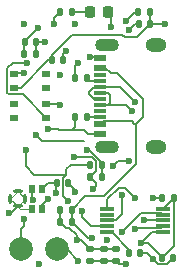
<source format=gbr>
%TF.GenerationSoftware,KiCad,Pcbnew,8.0.4*%
%TF.CreationDate,2024-12-20T20:39:33-05:00*%
%TF.ProjectId,SurroundSensePCB,53757272-6f75-46e6-9453-656e73655043,rev?*%
%TF.SameCoordinates,Original*%
%TF.FileFunction,Copper,L4,Bot*%
%TF.FilePolarity,Positive*%
%FSLAX46Y46*%
G04 Gerber Fmt 4.6, Leading zero omitted, Abs format (unit mm)*
G04 Created by KiCad (PCBNEW 8.0.4) date 2024-12-20 20:39:33*
%MOMM*%
%LPD*%
G01*
G04 APERTURE LIST*
G04 Aperture macros list*
%AMRoundRect*
0 Rectangle with rounded corners*
0 $1 Rounding radius*
0 $2 $3 $4 $5 $6 $7 $8 $9 X,Y pos of 4 corners*
0 Add a 4 corners polygon primitive as box body*
4,1,4,$2,$3,$4,$5,$6,$7,$8,$9,$2,$3,0*
0 Add four circle primitives for the rounded corners*
1,1,$1+$1,$2,$3*
1,1,$1+$1,$4,$5*
1,1,$1+$1,$6,$7*
1,1,$1+$1,$8,$9*
0 Add four rect primitives between the rounded corners*
20,1,$1+$1,$2,$3,$4,$5,0*
20,1,$1+$1,$4,$5,$6,$7,0*
20,1,$1+$1,$6,$7,$8,$9,0*
20,1,$1+$1,$8,$9,$2,$3,0*%
%AMFreePoly0*
4,1,46,0.210000,0.267000,0.193500,0.240000,0.179000,0.211500,0.166000,0.182000,0.155000,0.152000,0.146000,0.121500,0.138500,0.090000,0.133500,0.058500,0.130500,0.027000,0.129500,-0.005000,0.130500,-0.037000,0.133500,-0.069000,0.138500,-0.100500,0.146000,-0.132000,0.155000,-0.162500,0.166000,-0.192500,0.179000,-0.222000,0.193500,-0.250000,0.210000,-0.277500,-0.005000,-0.492500,
-0.029500,-0.458500,-0.052500,-0.423500,-0.073500,-0.387000,-0.092500,-0.350000,-0.109500,-0.311500,-0.124500,-0.272500,-0.137500,-0.232500,-0.148500,-0.192000,-0.157000,-0.151000,-0.163500,-0.109500,-0.168000,-0.068000,-0.170000,-0.026000,-0.170000,0.015500,-0.168000,0.057500,-0.163500,0.099000,-0.157000,0.140500,-0.148500,0.181500,-0.137500,0.222000,-0.124500,0.262000,-0.109500,0.301000,
-0.092500,0.339500,-0.073500,0.376500,-0.052500,0.413000,-0.029500,0.448000,-0.005000,0.482000,0.210000,0.267000,0.210000,0.267000,$1*%
%AMFreePoly1*
4,1,47,0.492000,-0.005000,0.458500,-0.030000,0.423000,-0.052500,0.387000,-0.073500,0.349500,-0.092500,0.311500,-0.109500,0.272000,-0.124500,0.232500,-0.137500,0.192000,-0.148500,0.151000,-0.157000,0.109500,-0.164000,0.068000,-0.168000,0.026000,-0.170500,-0.016000,-0.170500,-0.058000,-0.168000,-0.099500,-0.164000,-0.141000,-0.157000,-0.182000,-0.148500,-0.222500,-0.137500,-0.262000,-0.124500,
-0.301500,-0.109500,-0.339500,-0.092500,-0.377000,-0.073500,-0.413000,-0.052500,-0.448500,-0.030000,-0.482000,-0.005000,-0.482500,-0.005000,-0.267500,0.210000,-0.240000,0.193500,-0.211500,0.178500,-0.182500,0.165500,-0.152500,0.154500,-0.121500,0.145500,-0.090500,0.138500,-0.059000,0.133500,-0.027000,0.130500,0.005000,0.129500,0.037000,0.130500,0.069000,0.133500,0.100500,0.138500,
0.131500,0.145500,0.162000,0.154500,0.192500,0.165500,0.221500,0.178500,0.250000,0.193500,0.277500,0.210000,0.492000,-0.005000,0.492000,-0.005000,$1*%
%AMFreePoly2*
4,1,46,0.058000,0.168500,0.099500,0.164000,0.141000,0.157500,0.182000,0.148500,0.222500,0.137500,0.262000,0.125000,0.301000,0.109500,0.339500,0.092500,0.377000,0.073500,0.413000,0.052500,0.448500,0.030000,0.482000,0.005000,0.267500,-0.210000,0.240000,-0.193500,0.211500,-0.178500,0.182500,-0.165500,0.152000,-0.154500,0.121500,-0.145500,0.090500,-0.138500,0.059000,-0.133500,
0.027000,-0.130500,-0.005000,-0.129000,-0.037000,-0.130500,-0.069000,-0.133500,-0.100500,-0.138500,-0.131500,-0.145500,-0.162500,-0.154500,-0.192500,-0.165500,-0.221500,-0.178500,-0.250000,-0.193500,-0.277500,-0.210000,-0.492500,0.005000,-0.458500,0.030000,-0.423000,0.052500,-0.387000,0.073500,-0.349500,0.092500,-0.311500,0.109500,-0.272000,0.125000,-0.232500,0.137500,-0.192000,0.148500,
-0.151000,0.157500,-0.109500,0.164000,-0.068000,0.168500,-0.026000,0.170500,0.016000,0.170500,0.058000,0.168500,0.058000,0.168500,$1*%
%AMFreePoly3*
4,1,47,0.029500,0.458500,0.052500,0.423500,0.073500,0.387000,0.092500,0.349500,0.109500,0.311500,0.124500,0.272500,0.137500,0.232500,0.148500,0.192000,0.157000,0.151000,0.163500,0.109500,0.168000,0.068000,0.170000,0.026000,0.170000,-0.016000,0.168000,-0.057500,0.163500,-0.099500,0.157000,-0.141000,0.148500,-0.181500,0.137500,-0.222000,0.124500,-0.262000,0.109500,-0.301000,
0.092500,-0.339500,0.073500,-0.377000,0.052500,-0.413000,0.029500,-0.448000,0.005000,-0.482000,-0.210000,-0.267500,-0.193500,-0.240000,-0.179000,-0.211500,-0.166000,-0.182000,-0.155000,-0.152000,-0.146000,-0.121500,-0.138500,-0.090500,-0.133500,-0.059000,-0.130500,-0.027000,-0.129500,0.005000,-0.130500,0.037000,-0.133500,0.069000,-0.138500,0.100500,-0.146000,0.131500,-0.155000,0.162500,
-0.166000,0.192500,-0.179000,0.221500,-0.193500,0.250000,-0.210000,0.277500,0.004500,0.492500,0.005000,0.492500,0.029500,0.458500,0.029500,0.458500,$1*%
G04 Aperture macros list end*
%TA.AperFunction,SMDPad,CuDef*%
%ADD10C,2.000000*%
%TD*%
%TA.AperFunction,SMDPad,CuDef*%
%ADD11RoundRect,0.140000X-0.140000X-0.170000X0.140000X-0.170000X0.140000X0.170000X-0.140000X0.170000X0*%
%TD*%
%TA.AperFunction,SMDPad,CuDef*%
%ADD12RoundRect,0.135000X0.135000X0.185000X-0.135000X0.185000X-0.135000X-0.185000X0.135000X-0.185000X0*%
%TD*%
%TA.AperFunction,SMDPad,CuDef*%
%ADD13RoundRect,0.135000X-0.135000X-0.185000X0.135000X-0.185000X0.135000X0.185000X-0.135000X0.185000X0*%
%TD*%
%TA.AperFunction,SMDPad,CuDef*%
%ADD14RoundRect,0.140000X0.170000X-0.140000X0.170000X0.140000X-0.170000X0.140000X-0.170000X-0.140000X0*%
%TD*%
%TA.AperFunction,SMDPad,CuDef*%
%ADD15RoundRect,0.140000X0.140000X0.170000X-0.140000X0.170000X-0.140000X-0.170000X0.140000X-0.170000X0*%
%TD*%
%TA.AperFunction,SMDPad,CuDef*%
%ADD16R,1.300000X0.300000*%
%TD*%
%TA.AperFunction,SMDPad,CuDef*%
%ADD17R,1.100000X0.550000*%
%TD*%
%TA.AperFunction,SMDPad,CuDef*%
%ADD18R,1.100000X0.300000*%
%TD*%
%TA.AperFunction,ComponentPad*%
%ADD19O,1.800000X1.200000*%
%TD*%
%TA.AperFunction,ComponentPad*%
%ADD20O,2.000000X1.100000*%
%TD*%
%TA.AperFunction,SMDPad,CuDef*%
%ADD21R,0.700000X0.600000*%
%TD*%
%TA.AperFunction,SMDPad,CuDef*%
%ADD22RoundRect,0.218750X0.218750X0.256250X-0.218750X0.256250X-0.218750X-0.256250X0.218750X-0.256250X0*%
%TD*%
%TA.AperFunction,SMDPad,CuDef*%
%ADD23R,0.522000X0.725000*%
%TD*%
%TA.AperFunction,SMDPad,CuDef*%
%ADD24FreePoly0,90.000000*%
%TD*%
%TA.AperFunction,SMDPad,CuDef*%
%ADD25FreePoly1,90.000000*%
%TD*%
%TA.AperFunction,SMDPad,CuDef*%
%ADD26FreePoly2,90.000000*%
%TD*%
%TA.AperFunction,SMDPad,CuDef*%
%ADD27FreePoly3,90.000000*%
%TD*%
%TA.AperFunction,ViaPad*%
%ADD28C,0.600000*%
%TD*%
%TA.AperFunction,Conductor*%
%ADD29C,0.100000*%
%TD*%
%TA.AperFunction,Conductor*%
%ADD30C,0.200000*%
%TD*%
G04 APERTURE END LIST*
D10*
%TO.P,J2,1,Pin_1*%
%TO.N,/out-*%
X130048000Y-99314000D03*
%TD*%
D11*
%TO.P,C2,1*%
%TO.N,+3.3V*%
X130358000Y-81788000D03*
%TO.P,C2,2*%
%TO.N,GND*%
X131318000Y-81788000D03*
%TD*%
D12*
%TO.P,R3,1*%
%TO.N,/en*%
X140970000Y-79248000D03*
%TO.P,R3,2*%
%TO.N,+3.3V*%
X139950000Y-79248000D03*
%TD*%
D13*
%TO.P,R5,1*%
%TO.N,/sda*%
X135888000Y-93218000D03*
%TO.P,R5,2*%
%TO.N,+3.3V*%
X136908000Y-93218000D03*
%TD*%
D14*
%TO.P,C6,1*%
%TO.N,+3.3V*%
X137036000Y-100302000D03*
%TO.P,C6,2*%
%TO.N,GND*%
X137036000Y-99342000D03*
%TD*%
D10*
%TO.P,J1,1,Pin_1*%
%TO.N,/out+*%
X133096000Y-99314000D03*
%TD*%
D12*
%TO.P,R2,1*%
%TO.N,Net-(USB1-CC1)*%
X135638000Y-84836000D03*
%TO.P,R2,2*%
%TO.N,GND*%
X134618000Y-84836000D03*
%TD*%
D15*
%TO.P,C12,1*%
%TO.N,+5V*%
X134338000Y-96012000D03*
%TO.P,C12,2*%
%TO.N,GND*%
X133378000Y-96012000D03*
%TD*%
%TO.P,C13,1*%
%TO.N,+5V*%
X134338000Y-97028000D03*
%TO.P,C13,2*%
%TO.N,GND*%
X133378000Y-97028000D03*
%TD*%
D13*
%TO.P,R4,1*%
%TO.N,+3.3V*%
X133346000Y-79248000D03*
%TO.P,R4,2*%
%TO.N,Net-(D1-A)*%
X134366000Y-79248000D03*
%TD*%
D11*
%TO.P,C10,1*%
%TO.N,+3.3V*%
X141986000Y-100076000D03*
%TO.P,C10,2*%
%TO.N,GND*%
X142946000Y-100076000D03*
%TD*%
D16*
%TO.P,U2,1,REG*%
%TO.N,Net-(U2-REG)*%
X137350000Y-97901000D03*
%TO.P,U2,2,SCL*%
%TO.N,/scl*%
X137350000Y-97401000D03*
%TO.P,U2,3,SDA*%
%TO.N,/sda*%
X137350000Y-96901000D03*
%TO.P,U2,4,IN/TRIG*%
%TO.N,unconnected-(U2-IN{slash}TRIG-Pad4)*%
X137350000Y-96401000D03*
%TO.P,U2,5,EN*%
%TO.N,+3.3V*%
X137350000Y-95901000D03*
%TO.P,U2,6,VDD/NC*%
X142050000Y-95901000D03*
%TO.P,U2,7,OUT+*%
%TO.N,/out+*%
X142050000Y-96401000D03*
%TO.P,U2,8,GND*%
%TO.N,GND*%
X142050000Y-96901000D03*
%TO.P,U2,9,OUT-*%
%TO.N,/out-*%
X142050000Y-97401000D03*
%TO.P,U2,10,VDD*%
%TO.N,+3.3V*%
X142050000Y-97901000D03*
%TD*%
D17*
%TO.P,USB1,1,GND*%
%TO.N,GND*%
X136744500Y-83160000D03*
%TO.P,USB1,2,VBUS*%
%TO.N,+5V*%
X136744500Y-83960000D03*
D18*
%TO.P,USB1,3,SBU2*%
%TO.N,unconnected-(USB1-SBU2-Pad3)*%
X136744500Y-84610000D03*
%TO.P,USB1,4,CC1*%
%TO.N,Net-(USB1-CC1)*%
X136744500Y-85110000D03*
%TO.P,USB1,5,DN2*%
%TO.N,/usb_n*%
X136744500Y-85610000D03*
%TO.P,USB1,6,DP1*%
%TO.N,/usb_p*%
X136744500Y-86110000D03*
%TO.P,USB1,7,DN1*%
%TO.N,/usb_n*%
X136744500Y-86610000D03*
%TO.P,USB1,8,DP2*%
%TO.N,/usb_p*%
X136744500Y-87110000D03*
%TO.P,USB1,9,SBU1*%
%TO.N,unconnected-(USB1-SBU1-Pad9)*%
X136744500Y-87610000D03*
%TO.P,USB1,10,CC2*%
%TO.N,Net-(USB1-CC2)*%
X136744500Y-88110000D03*
D17*
%TO.P,USB1,11,VBUS*%
%TO.N,+5V*%
X136744500Y-88760000D03*
%TO.P,USB1,12,GND*%
%TO.N,GND*%
X136744500Y-89560000D03*
D19*
%TO.P,USB1,13,SHELL*%
X141494500Y-82035000D03*
D20*
X137294500Y-82035000D03*
D19*
%TO.P,USB1,14,SHELL*%
X141494500Y-90685000D03*
D20*
X137294500Y-90685000D03*
%TD*%
D12*
%TO.P,R1,1*%
%TO.N,Net-(USB1-CC2)*%
X135636000Y-88138000D03*
%TO.P,R1,2*%
%TO.N,GND*%
X134616000Y-88138000D03*
%TD*%
D11*
%TO.P,C9,1*%
%TO.N,+3.3V*%
X133096000Y-93726000D03*
%TO.P,C9,2*%
%TO.N,GND*%
X134056000Y-93726000D03*
%TD*%
%TO.P,C1,1*%
%TO.N,+3.3V*%
X130330000Y-82804000D03*
%TO.P,C1,2*%
%TO.N,GND*%
X131290000Y-82804000D03*
%TD*%
D21*
%TO.P,SW1,1,A*%
%TO.N,/en*%
X129420000Y-85653000D03*
%TO.P,SW1,2,A&apos;*%
%TO.N,unconnected-(SW1-A&apos;-Pad2)*%
X132200000Y-85653000D03*
%TO.P,SW1,3,B*%
%TO.N,GND*%
X129420000Y-84527000D03*
%TO.P,SW1,4,B&apos;*%
%TO.N,unconnected-(SW1-B&apos;-Pad4)*%
X132200000Y-84527000D03*
%TD*%
D15*
%TO.P,C8,1*%
%TO.N,GND*%
X140152000Y-99695000D03*
%TO.P,C8,2*%
%TO.N,Net-(U2-REG)*%
X139192000Y-99695000D03*
%TD*%
D14*
%TO.P,C5,1*%
%TO.N,+3.3V*%
X135890000Y-100302000D03*
%TO.P,C5,2*%
%TO.N,GND*%
X135890000Y-99342000D03*
%TD*%
D15*
%TO.P,C11,1*%
%TO.N,+3.3V*%
X142974000Y-94996000D03*
%TO.P,C11,2*%
%TO.N,GND*%
X142014000Y-94996000D03*
%TD*%
D21*
%TO.P,SW2,1,A*%
%TO.N,GND*%
X132200000Y-87067000D03*
%TO.P,SW2,2,A&apos;*%
%TO.N,unconnected-(SW2-A&apos;-Pad2)*%
X129420000Y-87067000D03*
%TO.P,SW2,3,B*%
%TO.N,/boot*%
X132200000Y-88193000D03*
%TO.P,SW2,4,B&apos;*%
%TO.N,unconnected-(SW2-B&apos;-Pad4)*%
X129420000Y-88193000D03*
%TD*%
D15*
%TO.P,C3,1*%
%TO.N,GND*%
X133604000Y-83312000D03*
%TO.P,C3,2*%
%TO.N,/en*%
X132644000Y-83312000D03*
%TD*%
D14*
%TO.P,C7,1*%
%TO.N,+3.3V*%
X138052000Y-100302000D03*
%TO.P,C7,2*%
%TO.N,GND*%
X138052000Y-99342000D03*
%TD*%
D22*
%TO.P,D1,1,K*%
%TO.N,GND*%
X137439500Y-79248000D03*
%TO.P,D1,2,A*%
%TO.N,Net-(D1-A)*%
X135864500Y-79248000D03*
%TD*%
D11*
%TO.P,C4,1*%
%TO.N,GND*%
X140010000Y-80264000D03*
%TO.P,C4,2*%
%TO.N,/en*%
X140970000Y-80264000D03*
%TD*%
D13*
%TO.P,R6,1*%
%TO.N,/scl*%
X135888000Y-92202000D03*
%TO.P,R6,2*%
%TO.N,+3.3V*%
X136908000Y-92202000D03*
%TD*%
D23*
%TO.P,MIC1,1,DATA*%
%TO.N,/mic_data*%
X131826000Y-95910000D03*
%TO.P,MIC1,2,SELECT*%
%TO.N,GND*%
X131004000Y-95910000D03*
D24*
%TO.P,MIC1,3,GND*%
X129747000Y-95701500D03*
D25*
X130381500Y-95077000D03*
D26*
X129123000Y-95067000D03*
D27*
X129757500Y-94442500D03*
D23*
%TO.P,MIC1,4,CLK*%
%TO.N,/mic_clk*%
X131004000Y-94234000D03*
%TO.P,MIC1,5,VDD*%
%TO.N,+3.3V*%
X131826000Y-94234000D03*
%TD*%
D28*
%TO.N,GND*%
X131572000Y-100584000D03*
X137668000Y-80518000D03*
X140462000Y-96901000D03*
X134747000Y-98552000D03*
X130302000Y-80264000D03*
X134620000Y-94488000D03*
X129032000Y-96266000D03*
X141224000Y-100203000D03*
X135890000Y-83058000D03*
X141224000Y-94996000D03*
X133350000Y-84582000D03*
X139192000Y-80772000D03*
X133858000Y-82550000D03*
X130302000Y-84455000D03*
X132334000Y-89154000D03*
X134620000Y-80264000D03*
X132080000Y-81788000D03*
X134874000Y-83566000D03*
X133350000Y-87122000D03*
%TO.N,+3.3V*%
X131445000Y-80645000D03*
X131318000Y-89662000D03*
X138938000Y-80010000D03*
X137287000Y-98552000D03*
X140208000Y-98806000D03*
X135636000Y-90932000D03*
X132842000Y-80264000D03*
X132969000Y-94615000D03*
X138938000Y-100584000D03*
X139700000Y-94996000D03*
%TO.N,/en*%
X142240000Y-80264000D03*
%TO.N,/out+*%
X138565054Y-97908946D03*
X134898805Y-100305195D03*
%TO.N,/out-*%
X139700000Y-97663000D03*
X130302000Y-96774000D03*
%TO.N,/sda*%
X134493000Y-91567000D03*
X138557000Y-94742000D03*
X136144000Y-94234000D03*
%TO.N,/scl*%
X135220144Y-96094388D03*
X133985000Y-95250000D03*
X130429000Y-90932000D03*
%TO.N,/boot*%
X130556000Y-83566000D03*
%TO.N,/mic_data*%
X132334000Y-95123000D03*
%TO.N,/usb_p*%
X139446000Y-87630000D03*
X137795000Y-92329000D03*
X139197705Y-91901822D03*
%TO.N,/usb_n*%
X139700000Y-86868000D03*
%TO.N,/mic_clk*%
X131064000Y-95147498D03*
%TO.N,+5V*%
X136017000Y-98426002D03*
%TD*%
D29*
%TO.N,GND*%
X129757500Y-94442500D02*
X129747500Y-94442500D01*
D30*
X134616000Y-88960000D02*
X134366000Y-89210000D01*
X134618000Y-84836000D02*
X134618000Y-83822000D01*
X134747000Y-98552000D02*
X134747000Y-98171000D01*
X135438000Y-89210000D02*
X135382000Y-89210000D01*
D29*
X129955500Y-95910000D02*
X131004000Y-95910000D01*
D30*
X131318000Y-81788000D02*
X131318000Y-82776000D01*
X137036000Y-99342000D02*
X138052000Y-99342000D01*
X134618000Y-83822000D02*
X134874000Y-83566000D01*
X133295000Y-87067000D02*
X133350000Y-87122000D01*
D29*
X130381500Y-95077000D02*
X130381500Y-95066500D01*
D30*
X134616000Y-88138000D02*
X134616000Y-88960000D01*
X141224000Y-94996000D02*
X142014000Y-94996000D01*
X140010000Y-80264000D02*
X139700000Y-80264000D01*
X129032000Y-96266000D02*
X129182500Y-96266000D01*
X134747000Y-98552000D02*
X135100000Y-98552000D01*
X134747000Y-98171000D02*
X134114000Y-97538000D01*
D29*
X129757000Y-95701500D02*
X130381500Y-95077000D01*
D30*
X130302000Y-84455000D02*
X129492000Y-84455000D01*
X131318000Y-82776000D02*
X131290000Y-82804000D01*
X132334000Y-89154000D02*
X133164000Y-89154000D01*
X134620000Y-94488000D02*
X134620000Y-94290000D01*
X133220000Y-89210000D02*
X134366000Y-89210000D01*
X133378000Y-97028000D02*
X133378000Y-96012000D01*
X136817000Y-89560000D02*
X135732000Y-89560000D01*
X134366000Y-89210000D02*
X135382000Y-89210000D01*
X135100000Y-98552000D02*
X135890000Y-99342000D01*
X136652000Y-90678000D02*
X136675000Y-90701000D01*
X132200000Y-87067000D02*
X133295000Y-87067000D01*
X142436000Y-100586000D02*
X142946000Y-100076000D01*
X129182500Y-96266000D02*
X129747000Y-95701500D01*
X134114000Y-97538000D02*
X133888000Y-97538000D01*
X133604000Y-82804000D02*
X133858000Y-82550000D01*
X136715000Y-83058000D02*
X136817000Y-83160000D01*
X137668000Y-79476500D02*
X137439500Y-79248000D01*
D29*
X129123000Y-95067000D02*
X129123000Y-95077500D01*
D30*
X141224000Y-100203000D02*
X141607000Y-100586000D01*
D29*
X129747000Y-95701500D02*
X129955500Y-95910000D01*
D30*
X140152000Y-99695000D02*
X140716000Y-99695000D01*
X135890000Y-83058000D02*
X136715000Y-83058000D01*
X137668000Y-80518000D02*
X137668000Y-79476500D01*
D29*
X130381500Y-95066500D02*
X129757500Y-94442500D01*
D30*
X131318000Y-81788000D02*
X132080000Y-81788000D01*
X133888000Y-97538000D02*
X133378000Y-97028000D01*
X136675000Y-90701000D02*
X136675000Y-90995660D01*
D29*
X129123000Y-95077500D02*
X129747000Y-95701500D01*
D30*
X140716000Y-99695000D02*
X141224000Y-100203000D01*
X142547000Y-96901000D02*
X140462000Y-96901000D01*
X133604000Y-83312000D02*
X133604000Y-82804000D01*
X134620000Y-94290000D02*
X134056000Y-93726000D01*
X129492000Y-84455000D02*
X129420000Y-84527000D01*
D29*
X129747500Y-94442500D02*
X129123000Y-95067000D01*
D30*
X141607000Y-100586000D02*
X142436000Y-100586000D01*
X135890000Y-99342000D02*
X137036000Y-99342000D01*
X135732000Y-89560000D02*
X135382000Y-89210000D01*
X133164000Y-89154000D02*
X133220000Y-89210000D01*
X139700000Y-80264000D02*
X139192000Y-80772000D01*
X142050000Y-96901000D02*
X142547000Y-96901000D01*
D29*
X129747000Y-95701500D02*
X129757000Y-95701500D01*
D30*
%TO.N,+3.3V*%
X142050000Y-95901000D02*
X142069000Y-95901000D01*
X141986000Y-100076000D02*
X142974000Y-99088000D01*
X136908000Y-92202000D02*
X136908000Y-93218000D01*
X137350000Y-95100471D02*
X138308471Y-94142000D01*
X141113000Y-97901000D02*
X142050000Y-97901000D01*
X132842000Y-79752000D02*
X133346000Y-79248000D01*
X138846000Y-94142000D02*
X139700000Y-94996000D01*
X138308471Y-94142000D02*
X138846000Y-94142000D01*
X132842000Y-80264000D02*
X132842000Y-79752000D01*
X142974000Y-99088000D02*
X142974000Y-94996000D01*
X138938000Y-100584000D02*
X138334000Y-100584000D01*
X132334000Y-93726000D02*
X131826000Y-94234000D01*
X133220000Y-90170000D02*
X134366000Y-90170000D01*
X137350000Y-95901000D02*
X137350000Y-95100471D01*
X131826000Y-90170000D02*
X133220000Y-90170000D01*
X138334000Y-100584000D02*
X138052000Y-100302000D01*
X132969000Y-93853000D02*
X133096000Y-93726000D01*
X130330000Y-81760000D02*
X130330000Y-82804000D01*
X141986000Y-100012500D02*
X141986000Y-100076000D01*
X133096000Y-93726000D02*
X132334000Y-93726000D01*
X131445000Y-80645000D02*
X130330000Y-81760000D01*
X137036000Y-100302000D02*
X138052000Y-100302000D01*
X132969000Y-94615000D02*
X132969000Y-93853000D01*
X135636000Y-90932000D02*
X135839514Y-90932000D01*
X131318000Y-89662000D02*
X131826000Y-90170000D01*
X139700000Y-79248000D02*
X138938000Y-80010000D01*
X136908000Y-92000486D02*
X136908000Y-92202000D01*
X142069000Y-95901000D02*
X142974000Y-94996000D01*
X135890000Y-100302000D02*
X137036000Y-100302000D01*
X140208000Y-98806000D02*
X140779500Y-98806000D01*
X140208000Y-98806000D02*
X141113000Y-97901000D01*
X140779500Y-98806000D02*
X141986000Y-100012500D01*
X134366000Y-90170000D02*
X135382000Y-90170000D01*
X135839514Y-90932000D02*
X136908000Y-92000486D01*
X139950000Y-79248000D02*
X139700000Y-79248000D01*
%TO.N,/en*%
X142240000Y-80264000D02*
X140970000Y-80264000D01*
X138589000Y-81185000D02*
X138811000Y-81407000D01*
X132644000Y-82915471D02*
X134374471Y-81185000D01*
X139827000Y-81407000D02*
X140970000Y-80264000D01*
X140970000Y-80264000D02*
X140970000Y-79248000D01*
X132644000Y-83312000D02*
X132364001Y-83312000D01*
X132644000Y-83312000D02*
X132644000Y-82915471D01*
X132364001Y-83312000D02*
X130023001Y-85653000D01*
X134374471Y-81185000D02*
X138589000Y-81185000D01*
X130023001Y-85653000D02*
X129420000Y-85653000D01*
X138811000Y-81407000D02*
X139827000Y-81407000D01*
%TO.N,Net-(U2-REG)*%
X137707999Y-97901000D02*
X137350000Y-97901000D01*
X139192000Y-99385001D02*
X137707999Y-97901000D01*
X139192000Y-99695000D02*
X139192000Y-99385001D01*
%TO.N,Net-(D1-A)*%
X134366000Y-79248000D02*
X135864500Y-79248000D01*
%TO.N,/out+*%
X133907610Y-99314000D02*
X133096000Y-99314000D01*
X134898805Y-100305195D02*
X133907610Y-99314000D01*
X142050000Y-96401000D02*
X141915000Y-96266000D01*
X140208000Y-96266000D02*
X138565054Y-97908946D01*
X141915000Y-96266000D02*
X140208000Y-96266000D01*
%TO.N,/out-*%
X130302000Y-97409000D02*
X130048000Y-97663000D01*
X130048000Y-97663000D02*
X130048000Y-99314000D01*
X142050000Y-97401000D02*
X141915000Y-97536000D01*
X141915000Y-97536000D02*
X139827000Y-97536000D01*
X130302000Y-96774000D02*
X130302000Y-97409000D01*
X139827000Y-97536000D02*
X139700000Y-97663000D01*
%TO.N,Net-(USB1-CC2)*%
X136817000Y-88110000D02*
X135664000Y-88110000D01*
X135664000Y-88110000D02*
X135636000Y-88138000D01*
%TO.N,Net-(USB1-CC1)*%
X135638000Y-84836000D02*
X135912000Y-85110000D01*
X135912000Y-85110000D02*
X136817000Y-85110000D01*
%TO.N,/sda*%
X136358000Y-91874498D02*
X136050502Y-91567000D01*
X136408000Y-93738000D02*
X135888000Y-93218000D01*
X136408000Y-93970000D02*
X136408000Y-93738000D01*
X138050000Y-96901000D02*
X137350000Y-96901000D01*
X136358000Y-92748000D02*
X136358000Y-91874498D01*
X138557000Y-96394000D02*
X138557000Y-94742000D01*
X136144000Y-94234000D02*
X136408000Y-93970000D01*
X138050000Y-96901000D02*
X138557000Y-96394000D01*
X136050502Y-91567000D02*
X134493000Y-91567000D01*
X135888000Y-93218000D02*
X136358000Y-92748000D01*
%TO.N,/scl*%
X136009000Y-97401000D02*
X137350000Y-97401000D01*
X135220144Y-96094388D02*
X135220144Y-96612144D01*
X135888000Y-92202000D02*
X134239000Y-92202000D01*
X135220144Y-96612144D02*
X136009000Y-97401000D01*
X133858000Y-92583000D02*
X133858000Y-93030000D01*
X133576000Y-93312000D02*
X133858000Y-93030000D01*
X133576000Y-94841000D02*
X133576000Y-93312000D01*
X131130000Y-93030000D02*
X133858000Y-93030000D01*
X130429000Y-90932000D02*
X130429000Y-92329000D01*
X133985000Y-95250000D02*
X133576000Y-94841000D01*
X130429000Y-92329000D02*
X131130000Y-93030000D01*
X134239000Y-92202000D02*
X133858000Y-92583000D01*
%TO.N,/boot*%
X128870000Y-86071000D02*
X129032000Y-86233000D01*
X129331000Y-83566000D02*
X128870000Y-84027000D01*
X130240000Y-86233000D02*
X132200000Y-88193000D01*
X129032000Y-86233000D02*
X130240000Y-86233000D01*
X130556000Y-83566000D02*
X129331000Y-83566000D01*
X128870000Y-84027000D02*
X128870000Y-86071000D01*
%TO.N,/mic_data*%
X132334000Y-95123000D02*
X131826000Y-95631000D01*
X131826000Y-95631000D02*
X131826000Y-95910000D01*
%TO.N,/usb_p*%
X137417000Y-87110000D02*
X136817000Y-87110000D01*
X137567000Y-86960000D02*
X137417000Y-87110000D01*
X137417000Y-86110000D02*
X137567000Y-86260000D01*
X138926000Y-87110000D02*
X136817000Y-87110000D01*
X136817000Y-86110000D02*
X137417000Y-86110000D01*
X139446000Y-87630000D02*
X138926000Y-87110000D01*
X138222178Y-91901822D02*
X137795000Y-92329000D01*
X139197705Y-91901822D02*
X138222178Y-91901822D01*
X137567000Y-86260000D02*
X137567000Y-86960000D01*
%TO.N,/usb_n*%
X138442000Y-85610000D02*
X139700000Y-86868000D01*
X136217000Y-85610000D02*
X138442000Y-85610000D01*
X135763000Y-86156000D02*
X135763000Y-86064000D01*
X136217000Y-86610000D02*
X135763000Y-86156000D01*
X136817000Y-86610000D02*
X136217000Y-86610000D01*
X135763000Y-86064000D02*
X136217000Y-85610000D01*
%TO.N,/mic_clk*%
X131004000Y-95087498D02*
X131004000Y-94234000D01*
X131064000Y-95147498D02*
X131004000Y-95087498D01*
%TO.N,+5V*%
X134338000Y-97054893D02*
X134338000Y-97028000D01*
X137173000Y-83960000D02*
X137668000Y-84455000D01*
X135709109Y-98426002D02*
X134338000Y-97054893D01*
X139781250Y-88700000D02*
X139627000Y-88700000D01*
X136817000Y-83960000D02*
X137173000Y-83960000D01*
X140335000Y-86614000D02*
X140335000Y-88146250D01*
X139781250Y-88700000D02*
X139781250Y-90469750D01*
X137668000Y-84455000D02*
X138176000Y-84455000D01*
X139427000Y-88500000D02*
X137004500Y-88500000D01*
X137079056Y-94869000D02*
X135481000Y-94869000D01*
X140335000Y-88146250D02*
X139781250Y-88700000D01*
X139797705Y-92150351D02*
X137079056Y-94869000D01*
X137004500Y-88500000D02*
X136744500Y-88760000D01*
X139797705Y-90486205D02*
X139797705Y-92150351D01*
X136017000Y-98426002D02*
X135709109Y-98426002D01*
X139627000Y-88700000D02*
X139427000Y-88500000D01*
X135481000Y-94869000D02*
X134338000Y-96012000D01*
X138176000Y-84455000D02*
X140335000Y-86614000D01*
X136817000Y-88760000D02*
X136877000Y-88700000D01*
X139781250Y-90469750D02*
X139797705Y-90486205D01*
X134338000Y-97028000D02*
X134338000Y-96012000D01*
%TD*%
M02*

</source>
